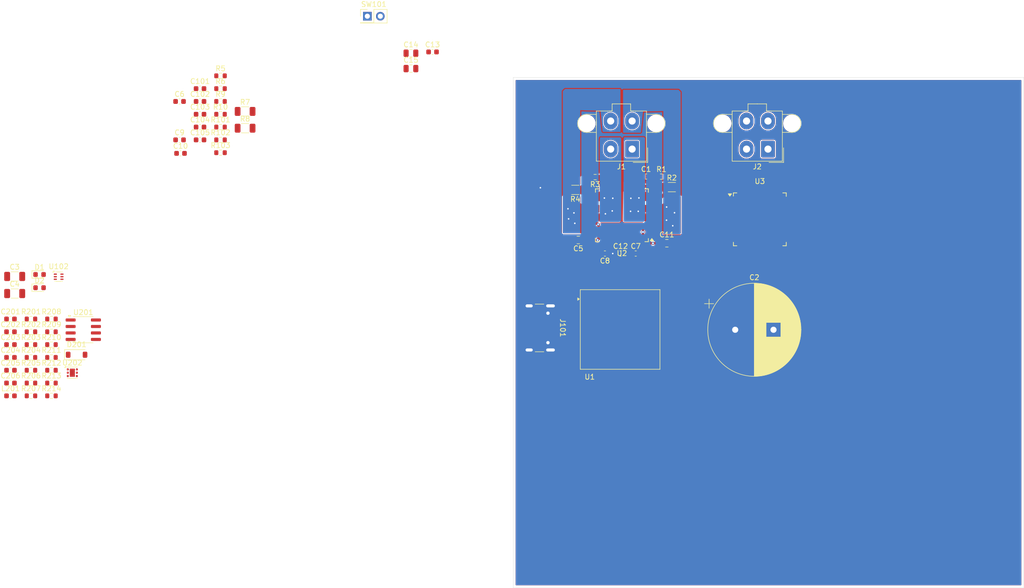
<source format=kicad_pcb>
(kicad_pcb (version 20240108) (generator "pcbnew") (generator_version "8.0")
  (layers (0 "F.Cu" signal) (1 "In1.Cu" signal) (2 "In2.Cu" signal) (31 "B.Cu" signal) (34 "B.Paste" user) (35 "F.Paste" user) (36 "B.SilkS" user "B.Silkscreen") (37 "F.SilkS" user "F.Silkscreen") (38 "B.Mask" user) (39 "F.Mask" user) (44 "Edge.Cuts" user))
  (net 0 "")
  (net 1 "Net-(U2-5VOUT)")
  (net 2 "+3V3")
  (net 3 "/VBAT")
  (net 4 "Net-(U3-5VOUT)")
  (net 5 "Net-(U2-VHS)")
  (net 6 "Net-(U3-VHS)")
  (net 7 "BOOT_SW")
  (net 8 "RESET_SW")
  (net 9 "Net-(U201-TC)")
  (net 10 "REG_+5V")
  (net 11 "/Power/VBAT")
  (net 12 "+5V")
  (net 13 "+3.3V")
  (net 14 "Net-(U203-SS)")
  (net 15 "Net-(D1-K)")
  (net 16 "Net-(D1-A)")
  (net 17 "Net-(D2-A)")
  (net 18 "Net-(D2-K)")
  (net 19 "Net-(D201-A)")
  (net 20 "Net-(J1-Pin_3)")
  (net 21 "Net-(J1-Pin_2)")
  (net 22 "Net-(J1-Pin_1)")
  (net 23 "Net-(J1-Pin_4)")
  (net 24 "Net-(J2-Pin_3)")
  (net 25 "Net-(J2-Pin_1)")
  (net 26 "Net-(J2-Pin_2)")
  (net 27 "Net-(J2-Pin_4)")
  (net 28 "/USB_POWER")
  (net 29 "Net-(U102-D+_in)")
  (net 30 "Net-(J101-CC1)")
  (net 31 "Net-(U102-D-_in)")
  (net 34 "Net-(J101-CC2)")
  (net 35 "Net-(U2-SRA)")
  (net 36 "Net-(U2-BRA)")
  (net 37 "Net-(U2-BRB)")
  (net 38 "Net-(U2-SRB)")
  (net 39 "Net-(U3-BRA)")
  (net 40 "Net-(U3-SRA)")
  (net 41 "Net-(U3-SRB)")
  (net 42 "Net-(U3-BRB)")
  (net 43 "Net-(U201-Vfb)")
  (net 44 "Net-(U201-DC)")
  (net 45 "Net-(U202-FB)")
  (net 46 "/Power/USB_POWER")
  (net 47 "Net-(U203-PR1)")
  (net 48 "Net-(U203-OV1)")
  (net 49 "Net-(U203-OV2)")
  (net 50 "/Power/MUX_CP2")
  (net 51 "Net-(U203-ILM)")
  (net 54 "/~{EN}_1")
  (net 55 "USB_NEG")
  (net 62 "/STEP_1")
  (net 65 "/~{CS}_0")
  (net 69 "USB_POS")
  (net 71 "/SCK")
  (net 72 "/~{EN}_0")
  (net 73 "/SDI")
  (net 76 "/DIR_0")
  (net 77 "/SDO")
  (net 80 "/~{CS}_1")
  (net 83 "/STEP_0")
  (net 85 "/DIR_1")
  (net 86 "/TST_MODE_0")
  (net 88 "/SG_TST_0")
  (net 97 "/SG_TST_1")
  (net 98 "/TST_MODE_1")
  (net 101 "GND")
  (net 102 "Net-(R10-Pad2)")
  (footprint "Capacitor_SMD:C_0603_1608Metric" (layer "F.Cu") (at 51.594 102.37)
    (property "Reference" "C205")
    (property "Value" "100u")
  )
  (footprint "Resistor_SMD:R_0603_1608Metric" (layer "F.Cu") (at 55.604 107.39)
    (property "Reference" "R207")
    (property "Value" "10k")
  )
  (footprint "Resistor_SMD:R_0603_1608Metric" (layer "F.Cu") (at 92.714 49.7)
    (property "Reference" "R9")
    (property "Value" "500 ohm")
  )
  (footprint "Capacitor_SMD:C_0603_1608Metric" (layer "F.Cu") (at 176.035 64.41)
    (property "Reference" "C1")
    (property "Value" "470nF")
  )
  (footprint "Capacitor_SMD:C_0603_1608Metric" (layer "F.Cu") (at 88.704 52.21)
    (property "Reference" "C103")
    (property "Value" "0.1uF")
  )
  (footprint "LED_SMD:LED_0603_1608Metric" (layer "F.Cu") (at 57.284 86.2)
    (property "Reference" "D2")
    (property "Value" "LED")
  )
  (footprint "Capacitor_SMD:C_0603_1608Metric" (layer "F.Cu") (at 51.594 104.88)
    (property "Reference" "C206")
    (property "Value" "1uf")
  )
  (footprint "Package_SO:SOIC-8_3.9x4.9mm_P1.27mm" (layer "F.Cu") (at 65.844 94.43)
    (property "Reference" "U201")
    (property "Value" "MC34063AD")
  )
  (footprint "Capacitor_SMD:C_0603_1608Metric" (layer "F.Cu") (at 51.594 107.39)
    (property "Reference" "L201")
    (property "Value" "220u")
  )
  (footprint "Resistor_SMD:R_0603_1608Metric" (layer "F.Cu") (at 55.604 102.37)
    (property "Reference" "R205")
    (property "Value" "200")
  )
  (footprint "Resistor_SMD:R_0603_1608Metric" (layer "F.Cu") (at 59.614 94.84)
    (property "Reference" "R209")
    (property "Value" "10k")
  )
  (footprint "Capacitor_SMD:C_0603_1608Metric" (layer "F.Cu") (at 84.885 59.87)
    (property "Reference" "C10")
    (property "Value" "220nF")
  )
  (footprint "Capacitor_SMD:C_0805_2012Metric" (layer "F.Cu") (at 129.995 43.26)
    (property "Reference" "C15")
    (property "Value" "10uF")
  )
  (footprint "Diode_SMD:D_SOD-123" (layer "F.Cu") (at 64.539 99.33)
    (property "Reference" "D201")
    (property "Value" "D_Zener")
  )
  (footprint "Resistor_SMD:R_0603_1608Metric" (layer "F.Cu") (at 92.714 59.74)
    (property "Reference" "R103")
    (property "Value" "5.1k")
  )
  (footprint "Resistor_SMD:R_0603_1608Metric" (layer "F.Cu") (at 59.614 104.88)
    (property "Reference" "R213")
    (property "Value" "10k")
  )
  (footprint "Resistor_SMD:R_0603_1608Metric" (layer "F.Cu") (at 59.614 99.86)
    (property "Reference" "R211")
    (property "Value" "10k")
  )
  (footprint "Capacitor_SMD:C_0603_1608Metric" (layer "F.Cu") (at 88.704 57.23)
    (property "Reference" "C105")
    (property "Value" "1uF")
  )
  (footprint "Capacitor_SMD:C_0603_1608Metric" (layer "F.Cu") (at 51.594 92.33)
    (property "Reference" "C201")
    (property "Value" "470p")
  )
  (footprint "Capacitor_THT:CP_Radial_D18.0mm_P7.50mm" (layer "F.Cu") (at 193.48 94.44)
    (property "Reference" "C2")
    (property "Value" "1200uF")
  )
  (footprint "Capacitor_SMD:C_0603_1608Metric" (layer "F.Cu") (at 51.594 94.84)
    (property "Reference" "C202")
    (property "Value" "470u")
  )
  (footprint "Resistor_SMD:R_0603_1608Metric" (layer "F.Cu") (at 55.604 99.86)
    (property "Reference" "R204")
    (property "Value" "1k")
  )
  (footprint "Package_SON:WSON-6-1EP_2x2mm_P0.65mm_EP1x1.6mm" (layer "F.Cu") (at 63.699 102.855)
    (property "Reference" "U202")
    (property "Value" "TLV75801PDRV")
  )
  (footprint "Capacitor_SMD:C_1206_3216Metric" (layer "F.Cu") (at 52.414 87.34)
    (property "Reference" "C4")
    (property "Value" "100uF")
  )
  (footprint "Connector_USB:USB_C_Receptacle_GCT_USB4105-xx-A_16P_TopMnt_Horizontal" (layer "F.Cu") (at 154.215 94.08 -90)
    (property "Reference" "J101")
    (property "Value" "USB_C_Receptacle_USB2.0_16P")
  )
  (footprint "Resistor_SMD:R_0603_1608Metric" (layer "F.Cu") (at 55.604 92.33)
    (property "Reference" "R201")
    (property "Value" "1k")
  )
  (footprint "Resistor_SMD:R_0603_1608Metric" (layer "F.Cu") (at 92.714 52.21)
    (property "Reference" "R10")
    (property "Value" "500 ohm")
  )
  (footprint "Connector_Molex:Molex_Mini-Fit_Jr_5566-04A2_2x02_P4.20mm_Vertical" (layer "F.Cu") (at 199.9 59.04 180)
    (property "Reference" "J2")
    (property "Value" "Conn_01x04")
  )
  (footprint "Capacitor_SMD:C_0603_1608Metric" (layer "F.Cu") (at 167.975 79.5 180)
    (property "Reference" "C8")
    (property "Value" "220nF")
  )
  (footprint "Resistor_SMD:R_0603_1608Metric" (layer "F.Cu") (at 92.714 57.23)
    (property "Reference" "R102")
    (property "Value" "5.1k")
  )
  (footprint "Capacitor_SMD:C_0603_1608Metric" (layer "F.Cu") (at 88.704 49.7)
    (property "Reference" "C102")
    (property "Value" "0.1uF")
  )
  (footprint "Resistor_SMD:R_0603_1608Metric" (layer "F.Cu") (at 59.614 107.39)
    (property "Reference" "R214")
    (property "Value" "20k")
  )
  (footprint "Resistor_SMD:R_0603_1608Metric" (layer "F.Cu") (at 59.614 92.33)
    (property "Reference" "R208")
    (property "Value" "47k")
  )
  (footprint "Package_QFP:TQFP-44_10x10mm_P0.8mm" (layer "F.Cu") (at 171.3 72 180)
    (property "Reference" "U2")
    (property "Value" "TMC2660C")
  )
  (footprint "Capacitor_SMD:C_0603_1608Metric" (layer "F.Cu") (at 171.025 79.5)
    (property "Reference" "C12")
    (property "Value" "100nF")
  )
  (footprint "Package_DFN_QFN:ST_UQFN-6L_1.5x1.7mm_P0.5mm" (layer "F.Cu") (at 61.019 84.045)
    (property "Reference" "U102")
    (property "Value" "ECMF02-2AMX6")
  )
  (footprint "Connector_Molex:Molex_Mini-Fit_Jr_5566-04A2_2x02_P4.20mm_Vertical" (layer "F.Cu") (at 173.3 59.04 180)
    (property "Reference" "J1")
    (property "Value" "Conn_01x04")
  )
  (footprint "Resistor_SMD:R_1206_3216Metric" (layer "F.Cu") (at 181.0775 66.49)
    (property "Reference" "R2")
    (property "Value" "0.075")
  )
  (footprint "Resistor_SMD:R_0603_1608Metric" (layer "F.Cu") (at 55.604 104.88)
    (property "Reference" "R206")
    (property "Value" "10k")
  )
  (footprint "Capacitor_SMD:C_0603_1608Metric" (layer "F.Cu") (at 51.594 99.86)
    (property "Reference" "C204")
    (property "Value" "0.1u")
  )
  (footprint "Capacitor_SMD:C_1206_3216Metric" (layer "F.Cu") (at 52.414 83.99)
    (property "Reference" "C3")
    (property "Value" "100uF")
  )
  (footprint "Capacitor_SMD:C_0603_1608Metric" (layer "F.Cu") (at 84.694 57.23)
    (property "Reference" "C9")
    (property "Value" "100nF")
  )
  (footprint "Resistor_SMD:R_0603_1608Metric" (layer "F.Cu") (at 166.055 64.52 180)
    (property "Reference" "R3")
    (property "Value" "10")
  )
  (footprint "Capacitor_SMD:C_0603_1608Metric" (layer "F.Cu") (at 174.005 79.5)
    (property "Reference" "C7")
    (property "Value" "100nF")
  )
  (footprint "Resistor_SMD:R_1206_3216Metric" (layer "F.Cu") (at 97.524 54.94)
    (property "Reference" "R8")
    (property "Value" "0.075")
  )
  (footprint "LED_SMD:LED_0603_1608Metric" (layer "F.Cu") (at 57.284 83.61)
    (property "Reference" "D1")
    (property "Value" "LED")
  )
  (footprint "Capacitor_SMD:C_0603_1608Metric" (layer "F.Cu") (at 84.694 49.7)
    (property "Reference" "C6")
    (property "Value" "470nF")
  )
  (footprint "Resistor_SMD:R_0603_1608Metric" (layer "F.Cu") (at 92.714 54.72)
    (property "Reference" "R101")
    (property "Value" "10k")
  )
  (footprint "Capacitor_SMD:C_0603_1608Metric" (layer "F.Cu") (at 88.704 47.19)
    (property "Reference" "C101")
    (property "Value" "22uF")
  )
  (footprint "Capacitor_SMD:C_0603_1608Metric" (layer "F.Cu") (at 51.594 97.35)
    (property "Reference" "C203")
    (property "Value" "100u")
  )
  (footprint "Capacitor_SMD:C_0805_2012Metric" (layer "F.Cu") (at 162.76 76.85 180)
    (property "Reference" "C5")
    (property "Value" "10uF")
  )
  (footprint "Connector_PinHeader_2.54mm:PinHeader_2x01_P2.54mm_Vertical" (layer "F.Cu") (at 121.46 33)
    (property "Reference" "SW101")
    (property "Value" "SW_Push")
  )
  (footprint "Package_QFP:TQFP-44_10x10mm_P0.8mm" (layer "F.Cu") (at 198.3 72.8)
    (property "Reference" "U3")
    (property "Value" "TMC2660C")
  )
  (footprint "Resistor_SMD:R_0603_1608Metric" (layer "F.Cu") (at 179.04 64.43)
    (property "Reference" "R1")
    (property "Value" "10")
  )
  (footprint "Capacitor_SMD:C_0805_2012Metric" (layer "F.Cu") (at 180.1 77.49)
    (property "Reference" "C11")
    (property "Value" "10uF")
  )
  (footprint "Capacitor_SMD:C_0805_2012Metric" (layer "F.Cu") (at 129.995 40.25)
    (property "Reference" "C14")
    (property "Value" "10uF")
  )
  (footprint "Resistor_SMD:R_0603_1608Metric" (layer "F.Cu") (at 59.614 102.37)
    (property "Reference" "R212")
    (property "Value" "47k")
  )
  (footprint "Resistor_SMD:R_0603_1608Metric" (layer "F.Cu") (at 55.604 97.35)
    (property "Reference" "R203")
    (property "Value" "0.33")
  )
  (footprint "Capacitor_SMD:C_0603_1608Metric" (layer "F.Cu") (at 134.225 40)
    (property "Reference" "C13")
    (property "Value" "100nF")
  )
  (footprint "Resistor_SMD:R_1206_3216Metric" (layer "F.Cu") (at 162.1775 67.03 180)
    (property "Reference" "R4")
    (property "Value" "0.075")
  )
  (footprint "RF_Module:ESP32-S2-MINI-1U" (layer "F.Cu") (at 170.95 94.38)
    (property "Reference" "U1")
    (property "Value" "ESP32-S3-MINI-1U")
  )
  (footprint "Resistor_SMD:R_0603_1608Metric" (layer "F.Cu") (at 92.714 47.19)
    (property "Reference" "R6")
    (property "Value" "10")
  )
  (footprint "Resistor_SMD:R_0603_1608Metric" (layer "F.Cu") (at 55.604 94.84)
    (property "Reference" "R202")
    (property "Value" "610")
  )
  (footprint "Resistor_SMD:R_0603_1608Metric" (layer "F.Cu") (at 59.614 97.35)
    (property "Reference" "R210")
    (property "Value" "47k")
  )
  (footprint "Resistor_SMD:R_0603_1608Metric" (layer "F.Cu") (at 92.714 44.68)
    (property "Reference" "R5")
    (property "Value" "10")
  )
  (footprint "Capacitor_SMD:C_0603_1608Metric" (layer "F.Cu") (at 88.704 54.72)
    (property "Reference" "C104")
    (property "Value" "0.1uF")
  )
  (footprint "Resistor_SMD:R_1206_3216Metric" (layer "F.Cu") (at 97.524 51.65)
    (property "Reference" "R7")
    (property "Value" "0.075")
  )
  (gr_rect (start 150 45) (end 250 145) (stroke (width 0.05)) (fill none) (layer "Edge.Cuts"))
  (segment (start 174.5 65.694) (end 175.26 64.934) (width 0.3) (layer "F.Cu") (net 1))
  (segment (start 175.26 64.934) (end 175.26 64.41) (width 0.3) (layer "F.Cu") (net 1))
  (segment (start 174.5 66.3) (end 174.5 65.694) (width 0.3) (layer "F.Cu") (net 1))
  (segment (start 173.23 79.5) (end 172.1 78.37) (width 0.2) (layer "F.Cu") (net 2))
  (segment (start 172.1 78.37) (end 172.1 77.7) (width 0.2) (layer "F.Cu") (net 2))
  (segment (start 177 73.6) (end 176.021 73.6) (width 0.5) (layer "F.Cu") (net 3))
  (segment (start 175.43 76.02) (end 176.9 77.49) (width 0.5) (layer "F.Cu") (net 3))
  (segment (start 169.5 79.5) (end 168.75 79.5) (width 0.2) (layer "F.Cu") (net 3))
  (segment (start 168.75 77.85) (end 168.9 77.7) (width 0.2) (layer "F.Cu") (net 3))
  (segment (start 166.655 73.775) (end 166.48 73.6) (width 0.5) (layer "F.Cu") (net 3))
  (segment (start 177.38 77.49) (end 179.15 77.49) (width 0.5) (layer "F.Cu") (net 3))
  (segment (start 166.48 73.6) (end 165.6 73.6) (width 0.5) (layer "F.Cu") (net 3))
  (segment (start 168.75 79.5) (end 168.75 77.85) (width 0.2) (layer "F.Cu") (net 3))
  (segment (start 176.9 77.49) (end 177.38 77.49) (width 0.5) (layer "F.Cu") (net 3))
  (segment (start 175.43 74.191) (end 175.43 75.28) (width 0.5) (layer "F.Cu") (net 3))
  (segment (start 166.529 76.85) (end 166.727 76.652) (width 0.5) (layer "F.Cu") (net 3))
  (segment (start 166.727 73.847) (end 166.655 73.775) (width 0.5) (layer "F.Cu") (net 3))
  (segment (start 166.727 76.652) (end 166.727 73.847) (width 0.5) (layer "F.Cu") (net 3))
  (segment (start 170.25 79.5) (end 169.5 79.5) (width 0.2) (layer "F.Cu") (net 3))
  (segment (start 163.71 76.85) (end 166.529 76.85) (width 0.5) (layer "F.Cu") (net 3))
  (segment (start 176.021 73.6) (end 175.43 74.191) (width 0.5) (layer "F.Cu") (net 3))
  (segment (start 175.43 75.28) (end 175.43 76.02) (width 0.5) (layer "F.Cu") (net 3))
  (via (at 166.655 73.775) (size 0.6) (drill 0.3) (layers "F.Cu" "B.Cu") (net 3))
  (via (at 177.38 77.49) (size 0.6) (drill 0.3) (layers "F.Cu" "B.Cu") (net 3))
  (via (at 166.529 76.85) (size 0.6) (drill 0.3) (layers "F.Cu" "B.Cu") (net 3))
  (via (at 169.5 79.5) (size 0.6) (drill 0.3) (layers "F.Cu" "B.Cu") (net 3))
  (via (at 175.43 75.28) (size 0.6) (drill 0.3) (layers "F.Cu" "B.Cu") (net 3))
  (segment (start 167.2 79.5) (end 168.1 78.6) (width 0.2) (layer "F.Cu") (net 5))
  (segment (start 168.1 78.6) (end 168.1 77.7) (width 0.2) (layer "F.Cu") (net 5))
  (via (at 173.05 68.68) (size 0.6) (drill 0.3) (layers "F.Cu" "B.Cu") (net 20))
  (via (at 172.99 71.23) (size 0.6) (drill 0.3) (layers "F.Cu" "B.Cu") (net 20))
  (via (at 174.5 71.23) (size 0.6) (drill 0.3) (layers "F.Cu" "B.Cu") (net 20))
  (via (at 174.63 68.61) (size 0.6) (drill 0.3) (layers "F.Cu" "B.Cu") (net 20))
  (via (at 160.74 70.73) (size 0.6) (drill 0.3) (layers "F.Cu" "B.Cu") (net 21))
  (via (at 161.91 71.54) (size 0.6) (drill 0.3) (layers "F.Cu" "B.Cu") (net 21))
  (via (at 162.08 73.58) (size 0.6) (drill 0.3) (layers "F.Cu" "B.Cu") (net 21))
  (via (at 160.86 72.71) (size 0.6) (drill 0.3) (layers "F.Cu" "B.Cu") (net 21))
  (via (at 181.25 74.06) (size 0.6) (drill 0.3) (layers "F.Cu" "B.Cu") (net 22))
  (via (at 180.03 72.97) (size 0.6) (drill 0.3) (layers "F.Cu" "B.Cu") (net 22))
  (via (at 181.6 71.51) (size 0.6) (drill 0.3) (layers "F.Cu" "B.Cu") (net 22))
  (via (at 180.05 70.39) (size 0.6) (drill 0.3) (layers "F.Cu" "B.Cu") (net 22))
  (via (at 168.07 71.72) (size 0.6) (drill 0.3) (layers "F.Cu" "B.Cu") (net 23))
  (via (at 169.51 68.67) (size 0.6) (drill 0.3) (layers "F.Cu" "B.Cu") (net 23))
  (via (at 169.41 71.15) (size 0.6) (drill 0.3) (layers "F.Cu" "B.Cu") (net 23))
  (via (at 167.87 68.63) (size 0.6) (drill 0.3) (layers "F.Cu" "B.Cu") (net 23))
  (segment (start 175.3 66.3) (end 176.345 66.3) (width 0.6) (layer "F.Cu") (net 35))
  (segment (start 176.345 66.3) (end 178.215 64.43) (width 0.6) (layer "F.Cu") (net 35))
  (segment (start 179.865 64.43) (end 179.865 66.24) (width 0.5) (layer "F.Cu") (net 36))
  (segment (start 177.877 69.6) (end 179.615 67.862) (width 0.6) (layer "F.Cu") (net 36))
  (segment (start 179.615 67.862) (end 179.615 66.49) (width 0.6) (layer "F.Cu") (net 36))
  (segment (start 179.865 66.24) (end 179.615 66.49) (width 0.5) (layer "F.Cu") (net 36))
  (segment (start 177 69.6) (end 177.877 69.6) (width 0.6) (layer "F.Cu") (net 36))
  (segment (start 164.35 69.6) (end 165.6 69.6) (width 0.5) (layer "F.Cu") (net 37))
  (segment (start 163.64 64.61) (end 163.64 67.03) (width 0.5) (layer "F.Cu") (net 37))
  (segment (start 163.64 68.89) (end 164.35 69.6) (width 0.5) (layer "F.Cu") (net 37))
  (segment (start 165.23 64.52) (end 163.73 64.52) (width 0.5) (layer "F.Cu") (net 37))
  (segment (start 163.64 67.03) (end 163.64 68.89) (width 0.5) (layer "F.Cu") (net 37))
  (segment (start 163.73 64.52) (end 163.64 64.61) (width 0.5) (layer "F.Cu") (net 37))
  (segment (start 166.88 65.88) (end 167.3 66.3) (width 0.5) (layer "F.Cu") (net 38))
  (segment (start 166.88 64.52) (end 166.88 65.88) (width 0.5) (layer "F.Cu") (net 38))
  (via (at 155.34 66.61) (size 0.6) (drill 0.3) (layers "F.Cu" "B.Cu") (net 101))
  (zone (net 22) (net_name "Net-(J1-Pin_1)") (layer "F.Cu") (priority 2) (connect_pads yes (clearance 0.15)) (min_thickness 0.15) (fill yes (thermal_gap 0.5) (thermal_bridge_width 0.5))
    (polygon (pts (xy 181.97 68.31) (xy 179.47 68.35) (xy 179.41 68.41) (xy 179.41 69.63) (xy 179.06 69.98) (xy 175.78 69.98) (xy 175.69 70.07) (xy 175.69 71.49) (xy 175.8 71.58) (xy 178.32 71.55) (xy 178.49 71.55) (xy 178.44 71.55) (xy 178.462723 73.932723) (xy 178.28 73.99) (xy 175.73 73.99) (xy 175.73 75.44) (xy 175.735455 75.56) (xy 182.77 75.56) (xy 182.82 75.51) (xy 182.82 68.32) (xy 182.81 68.31)))
  )
  (zone (net 21) (net_name "Net-(J1-Pin_2)") (layer "F.Cu") (priority 2) (connect_pads yes (clearance 0.15)) (min_thickness 0.15) (fill yes (thermal_gap 0.5) (thermal_bridge_width 0.5))
    (polygon (pts (xy 160.63 68.3) (xy 163.13 68.34) (xy 163.19 68.4) (xy 163.19 69.62) (xy 163.54 69.97) (xy 166.82 69.97) (xy 166.91 70.06) (xy 166.91 71.48) (xy 166.8 71.57) (xy 164.28 71.54) (xy 164.11 71.54) (xy 164.16 71.54) (xy 164.137277 73.922723) (xy 164.32 73.98) (xy 166.87 73.98) (xy 166.87 75.43) (xy 166.864545 75.55) (xy 159.83 75.55) (xy 159.78 75.5) (xy 159.78 68.31) (xy 159.79 68.3)))
  )
  (zone (net 20) (net_name "Net-(J1-Pin_3)") (layer "F.Cu") (priority 3) (connect_pads yes (clearance 0.15)) (min_thickness 0.15) (fill yes (thermal_gap 0.5) (thermal_bridge_width 0.5))
    (polygon (pts (xy 178.21 67.33) (xy 178.3 69.02) (xy 178.13 69.16) (xy 175.48 69.23) (xy 175.51 71.6) (xy 175.48 71.62) (xy 177.91 71.62) (xy 177.92 71.61) (xy 177.95 71.64) (xy 177.95 73.19) (xy 171.7 73.19) (xy 171.68 72.81) (xy 171.76 67.61) (xy 171.77 67.38)))
  )
  (zone (net 23) (net_name "Net-(J1-Pin_4)") (layer "F.Cu") (priority 3) (connect_pads yes (clearance 0.15)) (min_thickness 0.15) (fill yes (thermal_gap 0.5) (thermal_bridge_width 0.5))
    (polygon (pts (xy 164.732493 67.352628) (xy 164.625275 69.19) (xy 164.72 69.179416) (xy 167.048762 69.249416) (xy 167.018762 71.619416) (xy 167.048762 71.639416) (xy 164.618762 71.639416) (xy 164.608762 71.629416) (xy 164.578762 71.659416) (xy 164.578762 73.209416) (xy 170.828762 73.209416) (xy 170.848762 72.829416) (xy 170.768762 67.629416) (xy 170.758762 67.399416)))
  )
  (zone (net 101) (net_name "GND") (layers "F.Cu" "In1.Cu" "B.Cu") (connect_pads yes (clearance 0.2)) (min_thickness 0.2) (fill yes (thermal_gap 0.5) (thermal_bridge_width 0.5))
    (polygon (pts (xy 150 45) (xy 250 45) (xy 250 145) (xy 150 145)))
  )
  (zone (net 22) (net_name "Net-(J1-Pin_1)") (layer "B.Cu") (priority 5) (connect_pads yes (clearance 0.15)) (min_thickness 0.15) (fill yes (thermal_gap 0.5) (thermal_bridge_width 0.5))
    (polygon (pts (xy 171.53 55.84) (xy 171.53 47.42) (xy 182.38 47.42) (xy 182.81 47.85) (xy 182.81 75.57) (xy 182.68 75.7) (xy 179.4 75.7) (xy 179.4 51.57) (xy 178.059537 51.63) (xy 175.44 51.67) (xy 175.04 55.73) (xy 174.93 55.84)))
  )
  (zone (net 20) (net_name "Net-(J1-Pin_3)") (layer "B.Cu") (priority 4) (connect_pads yes (clearance 0.15)) (min_thickness 0.15) (fill yes (thermal_gap 0.5) (thermal_bridge_width 0.5))
    (polygon (pts (xy 171.7 56.7) (xy 171.630848 57.200848) (xy 171.62 73.17) (xy 171.72 73.28) (xy 175.52 73.28) (xy 175.83 72.97) (xy 175.83 56.89) (xy 175.65 56.69)))
  )
  (zone (net 23) (net_name "Net-(J1-Pin_4)") (layer "B.Cu") (priority 4) (connect_pads yes (clearance 0.15)) (min_thickness 0.15) (fill yes (thermal_gap 0.5) (thermal_bridge_width 0.5))
    (polygon (pts (xy 167.03 56.74) (xy 166.960848 57.240848) (xy 166.95 73.21) (xy 167.05 73.32) (xy 170.85 73.32) (xy 171.16 73.01) (xy 171.16 56.93) (xy 170.98 56.73)))
  )
  (zone (net 21) (net_name "Net-(J1-Pin_2)") (layer "B.Cu") (priority 5) (connect_pads yes (clearance 0.15)) (min_thickness 0.15) (fill yes (thermal_gap 0.5) (thermal_bridge_width 0.5))
    (polygon (pts (xy 171.01 55.68) (xy 171.01 47.26) (xy 160.16 47.26) (xy 159.73 47.69) (xy 159.73 75.41) (xy 159.86 75.54) (xy 163.14 75.54) (xy 163.14 51.41) (xy 164.480463 51.47) (xy 167.1 51.51) (xy 167.5 55.57) (xy 167.61 55.68)))
  )
)
</source>
